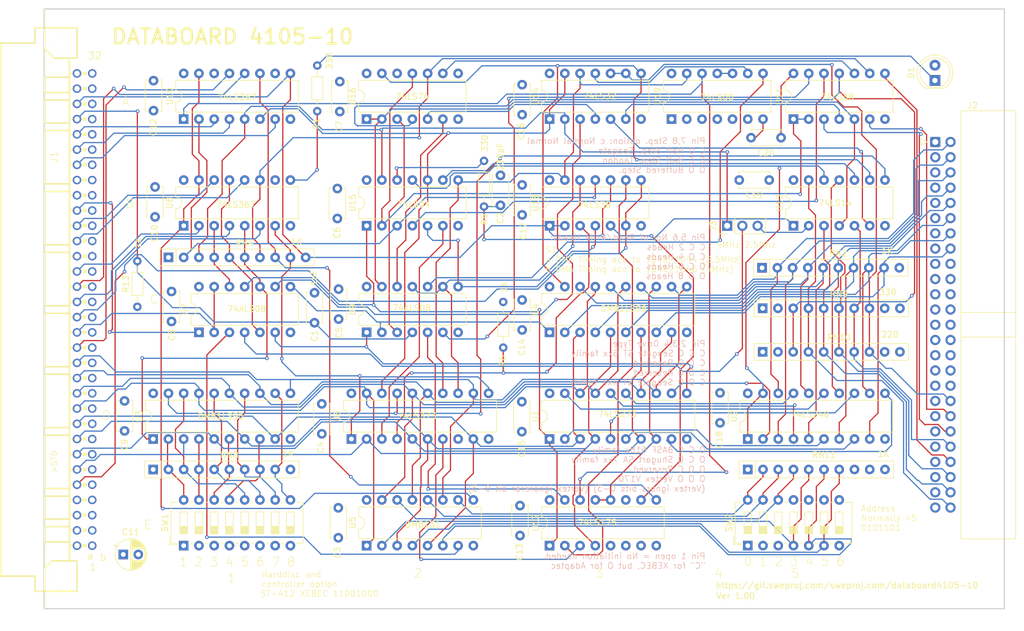
<source format=kicad_pcb>
(kicad_pcb
	(version 20240108)
	(generator "pcbnew")
	(generator_version "8.0")
	(general
		(thickness 1.6)
		(legacy_teardrops no)
	)
	(paper "A4")
	(title_block
		(date "2024-11-23")
		(rev "Ver 1.00")
	)
	(layers
		(0 "F.Cu" signal)
		(1 "In1.Cu" signal)
		(2 "In2.Cu" signal)
		(31 "B.Cu" signal)
		(32 "B.Adhes" user "B.Adhesive")
		(33 "F.Adhes" user "F.Adhesive")
		(34 "B.Paste" user)
		(35 "F.Paste" user)
		(36 "B.SilkS" user "B.Silkscreen")
		(37 "F.SilkS" user "F.Silkscreen")
		(38 "B.Mask" user)
		(39 "F.Mask" user)
		(40 "Dwgs.User" user "User.Drawings")
		(41 "Cmts.User" user "User.Comments")
		(42 "Eco1.User" user "User.Eco1")
		(43 "Eco2.User" user "User.Eco2")
		(44 "Edge.Cuts" user)
		(45 "Margin" user)
		(46 "B.CrtYd" user "B.Courtyard")
		(47 "F.CrtYd" user "F.Courtyard")
		(48 "B.Fab" user)
		(49 "F.Fab" user)
		(50 "User.1" user)
		(51 "User.2" user)
		(52 "User.3" user)
		(53 "User.4" user)
		(54 "User.5" user)
		(55 "User.6" user)
		(56 "User.7" user)
		(57 "User.8" user)
		(58 "User.9" user)
	)
	(setup
		(stackup
			(layer "F.SilkS"
				(type "Top Silk Screen")
			)
			(layer "F.Paste"
				(type "Top Solder Paste")
			)
			(layer "F.Mask"
				(type "Top Solder Mask")
				(thickness 0.01)
			)
			(layer "F.Cu"
				(type "copper")
				(thickness 0.035)
			)
			(layer "dielectric 1"
				(type "prepreg")
				(thickness 0.1)
				(material "FR4")
				(epsilon_r 4.5)
				(loss_tangent 0.02)
			)
			(layer "In1.Cu"
				(type "copper")
				(thickness 0.035)
			)
			(layer "dielectric 2"
				(type "core")
				(thickness 1.24)
				(material "FR4")
				(epsilon_r 4.5)
				(loss_tangent 0.02)
			)
			(layer "In2.Cu"
				(type "copper")
				(thickness 0.035)
			)
			(layer "dielectric 3"
				(type "prepreg")
				(thickness 0.1)
				(material "FR4")
				(epsilon_r 4.5)
				(loss_tangent 0.02)
			)
			(layer "B.Cu"
				(type "copper")
				(thickness 0.035)
			)
			(layer "B.Mask"
				(type "Bottom Solder Mask")
				(thickness 0.01)
			)
			(layer "B.Paste"
				(type "Bottom Solder Paste")
			)
			(layer "B.SilkS"
				(type "Bottom Silk Screen")
			)
			(copper_finish "None")
			(dielectric_constraints no)
		)
		(pad_to_mask_clearance 0)
		(allow_soldermask_bridges_in_footprints no)
		(pcbplotparams
			(layerselection 0x00010fc_ffffffff)
			(plot_on_all_layers_selection 0x0000000_00000000)
			(disableapertmacros no)
			(usegerberextensions no)
			(usegerberattributes yes)
			(usegerberadvancedattributes yes)
			(creategerberjobfile yes)
			(dashed_line_dash_ratio 12.000000)
			(dashed_line_gap_ratio 3.000000)
			(svgprecision 4)
			(plotframeref no)
			(viasonmask no)
			(mode 1)
			(useauxorigin no)
			(hpglpennumber 1)
			(hpglpenspeed 20)
			(hpglpendiameter 15.000000)
			(pdf_front_fp_property_popups yes)
			(pdf_back_fp_property_popups yes)
			(dxfpolygonmode yes)
			(dxfimperialunits yes)
			(dxfusepcbnewfont yes)
			(psnegative no)
			(psa4output no)
			(plotreference yes)
			(plotvalue yes)
			(plotfptext yes)
			(plotinvisibletext no)
			(sketchpadsonfab no)
			(subtractmaskfromsilk no)
			(outputformat 1)
			(mirror no)
			(drillshape 0)
			(scaleselection 1)
			(outputdirectory "gerber_1.00")
		)
	)
	(net 0 "")
	(net 1 "unconnected-(J2-Pin_32-Pad32)")
	(net 2 "Net-(J2-Pin_48)")
	(net 3 "Net-(J2-Pin_44)")
	(net 4 "Net-(J2-Pin_38)")
	(net 5 "unconnected-(J2-Pin_24-Pad24)")
	(net 6 "unconnected-(J2-Pin_26-Pad26)")
	(net 7 "Net-(J2-Pin_40)")
	(net 8 "Net-(J2-Pin_36)")
	(net 9 "unconnected-(J2-Pin_28-Pad28)")
	(net 10 "Net-(U1-Cp)")
	(net 11 "unconnected-(J2-Pin_30-Pad30)")
	(net 12 "Net-(U3-~{G2})")
	(net 13 "Net-(U4-~{G1})")
	(net 14 "Net-(U16B-~{R})")
	(net 15 "Net-(U10-OEb)")
	(net 16 "Net-(U6-D4)")
	(net 17 "unconnected-(J2-Pin_22-Pad22)")
	(net 18 "unconnected-(J2-Pin_34-Pad34)")
	(net 19 "/~{CS}")
	(net 20 "unconnected-(J2-Pin_18-Pad18)")
	(net 21 "/~{RST}")
	(net 22 "unconnected-(J2-Pin_20-Pad20)")
	(net 23 "/~{C3}")
	(net 24 "/~{INP}")
	(net 25 "/~{STAT}")
	(net 26 "VCC")
	(net 27 "GND")
	(net 28 "/~{PRAC}")
	(net 29 "/~{C1}")
	(net 30 "/~{OUT}")
	(net 31 "Net-(U16A-D)")
	(net 32 "Net-(D1-K)")
	(net 33 "Net-(U8-O4a)")
	(net 34 "Net-(J2-Pin_6)")
	(net 35 "Net-(J2-Pin_4)")
	(net 36 "Net-(J2-Pin_14)")
	(net 37 "Net-(J2-Pin_16)")
	(net 38 "Net-(J2-Pin_2)")
	(net 39 "Net-(J2-Pin_12)")
	(net 40 "Net-(J2-Pin_8)")
	(net 41 "Net-(J2-Pin_10)")
	(net 42 "Net-(U1-Q3)")
	(net 43 "Net-(U1-Q4)")
	(net 44 "Net-(U1-Q5)")
	(net 45 "Net-(U1-Q7)")
	(net 46 "Net-(U1-Q6)")
	(net 47 "/D2")
	(net 48 "/D4")
	(net 49 "Net-(U1-Q0)")
	(net 50 "Net-(U1-Q2)")
	(net 51 "/D7")
	(net 52 "/D6")
	(net 53 "/D3")
	(net 54 "Net-(U11-Pad13)")
	(net 55 "/D0")
	(net 56 "Net-(U1-~{Mr})")
	(net 57 "Net-(U1-Q1)")
	(net 58 "/D5")
	(net 59 "/D1")
	(net 60 "Net-(U12-Q3)")
	(net 61 "Net-(U16A-~{Q})")
	(net 62 "Net-(U16A-C)")
	(net 63 "/~{TRRQ}")
	(net 64 "/~{TREN}")
	(net 65 "Net-(U5-~{ST})")
	(net 66 "/~{CSB}")
	(net 67 "/~{R{slash}W}")
	(net 68 "/~{C4}")
	(net 69 "Net-(C2-Pad1)")
	(net 70 "Net-(U6-D1)")
	(net 71 "Net-(U12-~{Q0})")
	(net 72 "Net-(U6-D0)")
	(net 73 "Net-(U10-I3)")
	(net 74 "Net-(U6-D5)")
	(net 75 "Net-(J3-Pin_2)")
	(net 76 "Net-(U14-Pad3)")
	(net 77 "Net-(U15-Pad5)")
	(net 78 "Net-(U19-Pad8)")
	(net 79 "Net-(U10-OEa)")
	(net 80 "Net-(U11-Pad12)")
	(net 81 "Net-(U16B-Q)")
	(net 82 "Net-(U11-Pad4)")
	(net 83 "Net-(U2-OEa)")
	(net 84 "unconnected-(U12-~{Q2}-Pad11)")
	(net 85 "unconnected-(U12-~{Q1}-Pad6)")
	(net 86 "Net-(U12-Q0)")
	(net 87 "unconnected-(U12-Q1-Pad7)")
	(net 88 "Net-(U12-Q2)")
	(net 89 "unconnected-(U12-D1-Pad5)")
	(net 90 "Net-(U13-Pad6)")
	(net 91 "Net-(U13-Pad10)")
	(net 92 "Net-(U14-Pad11)")
	(net 93 "Net-(U16A-Q)")
	(net 94 "unconnected-(U16B-~{Q}-Pad8)")
	(net 95 "Net-(J3-Pin_3)")
	(net 96 "/~{INT}")
	(net 97 "Net-(U19-Pad10)")
	(net 98 "unconnected-(U19-Pad6)")
	(net 99 "unconnected-(U19-Pad3)")
	(net 100 "Net-(RN4-R4)")
	(net 101 "Net-(RN4-R8)")
	(net 102 "Net-(RN4-R6)")
	(net 103 "Net-(RN4-R5)")
	(net 104 "Net-(RN8-R1)")
	(net 105 "Net-(RN8-R4)")
	(net 106 "Net-(RN8-R7)")
	(net 107 "Net-(RN8-R5)")
	(net 108 "Net-(RN8-R6)")
	(net 109 "Net-(RN8-R8)")
	(net 110 "Net-(RN8-R3)")
	(net 111 "Net-(RN8-R2)")
	(net 112 "Net-(RN11-R3)")
	(net 113 "Net-(RN11-R1)")
	(net 114 "Net-(RN11-R2)")
	(net 115 "unconnected-(RN11-R8-Pad9)")
	(net 116 "unconnected-(RN11-R7-Pad8)")
	(net 117 "Net-(RN11-R4)")
	(net 118 "Net-(RN11-R6)")
	(net 119 "Net-(RN11-R5)")
	(net 120 "Net-(RN4-R3)")
	(net 121 "unconnected-(J1-Pin_b3-PadB3)")
	(net 122 "/rn4_10")
	(net 123 "/rn4_3")
	(net 124 "/rn4_2")
	(net 125 "/r10_4")
	(net 126 "/r10_6")
	(net 127 "/r10_7")
	(net 128 "unconnected-(RN9-R8-Pad9)")
	(net 129 "unconnected-(RN9-R1-Pad2)")
	(net 130 "unconnected-(RN10-R8-Pad9)")
	(net 131 "unconnected-(RN10-R1-Pad2)")
	(net 132 "unconnected-(RN2-R9-Pad10)")
	(net 133 "unconnected-(RN8-R9-Pad10)")
	(net 134 "unconnected-(RN9-R9-Pad10)")
	(net 135 "unconnected-(RN10-R9-Pad10)")
	(net 136 "unconnected-(RN11-R9-Pad10)")
	(net 137 "Net-(R5-Pad2)")
	(net 138 "unconnected-(J1-Pin_b13-PadB13)")
	(net 139 "unconnected-(J1-Pin_b23-PadB23)")
	(net 140 "unconnected-(J1-Pin_b14-PadB14)")
	(net 141 "unconnected-(J1-Pin_a24-PadA24)")
	(net 142 "unconnected-(J1-Pin_b5-PadB5)")
	(net 143 "unconnected-(J1-Pin_b9-PadB9)")
	(net 144 "unconnected-(J1-Pin_b19-PadB19)")
	(net 145 "unconnected-(J1-Pin_b30-PadB30)")
	(net 146 "unconnected-(J1-Pin_b21-PadB21)")
	(net 147 "unconnected-(J1-Pin_b20-PadB20)")
	(net 148 "unconnected-(J1-Pin_b32-PadB32)")
	(net 149 "unconnected-(J1-Pin_b26-PadB26)")
	(net 150 "unconnected-(J1-Pin_b11-PadB11)")
	(net 151 "unconnected-(J1-Pin_b10-PadB10)")
	(net 152 "unconnected-(J1-Pin_b24-PadB24)")
	(net 153 "unconnected-(J1-Pin_b18-PadB18)")
	(net 154 "unconnected-(J1-Pin_a32-PadA32)")
	(net 155 "unconnected-(J1-Pin_b6-PadB6)")
	(net 156 "unconnected-(J1-Pin_a1-PadA1)")
	(net 157 "unconnected-(J1-Pin_b1-PadB1)")
	(net 158 "unconnected-(J1-Pin_b4-PadB4)")
	(net 159 "unconnected-(J1-Pin_b12-PadB12)")
	(net 160 "unconnected-(J1-Pin_b15-PadB15)")
	(net 161 "unconnected-(J1-Pin_b25-PadB25)")
	(net 162 "unconnected-(J1-Pin_a25-PadA25)")
	(net 163 "unconnected-(J1-Pin_a4-PadA4)")
	(net 164 "unconnected-(J1-Pin_b16-PadB16)")
	(net 165 "unconnected-(J1-Pin_b7-PadB7)")
	(net 166 "unconnected-(J1-Pin_b28-PadB28)")
	(net 167 "unconnected-(J1-Pin_a20-PadA20)")
	(net 168 "unconnected-(J1-Pin_a3-PadA3)")
	(net 169 "unconnected-(J1-Pin_b17-PadB17)")
	(net 170 "unconnected-(J1-Pin_b8-PadB8)")
	(net 171 "unconnected-(J1-Pin_b22-PadB22)")
	(net 172 "unconnected-(J1-Pin_b27-PadB27)")
	(net 173 "unconnected-(J1-Pin_b29-PadB29)")
	(net 174 "Net-(RN10-R2)")
	(net 175 "unconnected-(SW2-Pad7)")
	(net 176 "unconnected-(SW2-Pad8)")
	(net 177 "/rn4_8")
	(net 178 "Net-(U16B-C)")
	(footprint "Package_DIP:DIP-16_W7.62mm" (layer "F.Cu") (at 83.2612 76.1492 90))
	(footprint "Resistor_THT:R_Array_SIP10" (layer "F.Cu") (at 78.1812 116.7892))
	(footprint "Package_DIP:DIP-14_W7.62mm" (layer "F.Cu") (at 144.2212 76.1492 90))
	(footprint "Capacitor_THT:C_Disc_D5.0mm_W2.5mm_P5.00mm" (layer "F.Cu") (at 109.2708 52.11 -90))
	(footprint "Package_DIP:DIP-16_W7.62mm" (layer "F.Cu") (at 83.2612 58.3692 90))
	(footprint "Resistor_THT:R_Axial_DIN0204_L3.6mm_D1.6mm_P7.62mm_Horizontal" (layer "F.Cu") (at 75.5396 89.662 90))
	(footprint "Capacitor_THT:C_Disc_D5.0mm_W2.5mm_P5.00mm" (layer "F.Cu") (at 78.232 51.9576 -90))
	(footprint "Capacitor_THT:C_Disc_D5.0mm_W2.5mm_P5.00mm" (layer "F.Cu") (at 182.7892 61.468 180))
	(footprint "Capacitor_THT:C_Disc_D5.0mm_W2.5mm_P5.00mm" (layer "F.Cu") (at 136.0424 72.7456 90))
	(footprint "Package_DIP:DIP-20_W7.62mm" (layer "F.Cu") (at 144.2212 93.9292 90))
	(footprint "Capacitor_THT:C_Disc_D5.0mm_W2.5mm_P5.00mm" (layer "F.Cu") (at 73.406 105.3592 -90))
	(footprint "Package_DIP:DIP-20_W7.62mm" (layer "F.Cu") (at 144.2212 111.7092 90))
	(footprint "Package_DIP:DIP-14_W7.62mm" (layer "F.Cu") (at 113.7412 58.3692 90))
	(footprint "Package_DIP:DIP-14_W7.62mm" (layer "F.Cu") (at 184.8612 76.1492 90))
	(footprint "Resistor_THT:R_Array_SIP10" (layer "F.Cu") (at 80.7212 81.4324))
	(footprint "Package_DIP:DIP-14_W7.62mm" (layer "F.Cu") (at 184.8612 58.3692 90))
	(footprint "Capacitor_THT:C_Disc_D5.0mm_W2.5mm_P5.00mm" (layer "F.Cu") (at 78.486 69.676 -90))
	(footprint "Package_DIP:DIP-20_W7.62mm" (layer "F.Cu") (at 111.2012 111.7092 90))
	(footprint "Capacitor_THT:C_Disc_D5.0mm_W2.5mm_P5.00mm" (layer "F.Cu") (at 139.6492 52.6288 -90))
	(footprint "Resistor_THT:R_Array_SIP10" (layer "F.Cu") (at 179.7304 89.916))
	(footprint "Package_DIP:DIP-14_W7.62mm" (layer "F.Cu") (at 164.5412 58.3692 90))
	(footprint "Capacitor_THT:C_Disc_D5.0mm_W2.5mm_P5.00mm" (layer "F.Cu") (at 109.0168 123.1792 -90))
	(footprint "Package_DIP:DIP-14_W7.62mm" (layer "F.Cu") (at 113.7412 76.1492 90))
	(footprint "Resistor_THT:R_Array_SIP10" (layer "F.Cu") (at 179.7304 97.1804))
	(footprint "Resistor_THT:R_Array_SIP10" (layer "F.Cu") (at 179.6288 83.1596))
	(footprint "Package_DIP:DIP-14_W7.62mm" (layer "F.Cu") (at 85.8012 93.9292 90))
	(footprint "Capacitor_THT:CP_Radial_D5.0mm_P2.50mm"
		(layer "F.Cu")
		(uuid "807212b6-d76e-4add-8b04-f41db56b04ed")
		(at 73.192 130.9624)
		(descr "CP, Radial series, Radial, pin pitch=2.50mm, , diameter=5mm, Electrolytic Capacitor")
		(tags "CP Radial series Radial pin pitch 2.50mm  diameter 5mm Electrolytic Capacitor")
		(property "Reference" "C11"
			(at 1.25 -3.75 0)
			(layer "F.SilkS")
			(uuid "aac6ba22-c554-452e-bdb7-09b64867eae8")
			(effects
				(font
					(size 1 1)
					(thickness 0.15)
				)
			)
		)
		(property "Value" "47uF"
			(at 1.25 3.75 0)
			(layer "F.Fab")
			(uuid "770bcbbf-cd52-4cd3-9cd8-c5f57cede8b7")
			(effects
				(font
					(size 1 1)
					(thickness 0.15)
				)
			)
		)
		(property "Footprint" "Capacitor_THT:CP_Radial_D5.0mm_P2.50mm"
			(at 0 0 0)
			(unlocked yes)
			(layer "F.Fab")
			(hide yes)
			(uuid "f015d08b-e09b-4e77-9036-d84d9549adb7")
			(effects
				(font
					(size 1.27 1.27)
					(thickness 0.15)
				)
			)
		)
		(property "Datasheet" ""
			(at 0 0 0)
			(unlocked yes)
			(layer "F.Fab")
			(hide yes)
			(uuid "cdd92070-08bd-4526-a44b-4f4fb9a7cc54")
			(effects
				(font
					(size 1.27 1.27)
					(thickness 0.15)
				)
			)
		)
		(property "Description" "Polarized capacitor, small symbol"
			(at 0 0 0)
			(unlocked yes)
			(layer "F.Fab")
			(hide yes)
			(uuid "f42eb0d1-048e-4a24-b304-45a7b9df8929")
			(effects
				(font
					(size 1.27 1.27)
					(thickness 0.15)
				)
			)
		)
		(property ki_fp_filters "CP_*")
		(path "/f3498465-5a1f-4b25-a628-4040846b0353")
		(sheetname "Root")
		(sheetfile "4680-4105.kicad_sch")
		(attr through_hole)
		(fp_line
			(start -1.554775 -1.475)
			(end -1.054775 -1.475)
			(stroke
				(width 0.12)
				(type solid)
			)
			(layer "F.SilkS")
			(uuid "5354fb41-425b-405c-aa2a-6c5cdb4dce8e")
		)
		(fp_line
			(start -1.304775 -1.725)
			(end -1.304775 -1.225)
			(stroke
				(width 0.12)
				(type solid)
			)
			(layer "F.SilkS")
			(uuid "1e1be11c-c11b-4a3b-b966-84ccda2e8cc4")
		)
		(fp_line
			(start 1.25 -2.58)
			(end 1.25 2.58)
			(stroke
				(width 0.12)
				(type solid)
			)
			(layer "F.SilkS")
			(uuid "a4a3f349-3f64-4098-b3fb-2341ecd6dcb0")
		)
		(fp_line
			(start 1.29 -2.58)
			(end 1.29 2.58)
			(stroke
				(width 0.12)
				(type solid)
			)
			(layer "F.SilkS")
			(uuid "667b4983-11cc-4046-a1e1-57a2c0681898")
		)
		(fp_line
			(start 1.33 -2.579)
			(end 1.33 2.579)
			(stroke
				(width 0.12)
				(type solid)
			)
			(layer "F.SilkS")
			(uuid "b2309d49-3a96-4f2c-bf45-a78c4e732c36")
		)
		(fp_line
			(start 1.37 -2.578)
			(end 1.37 2.578)
			(stroke
				(width 0.12)
				(type solid)
			)
			(layer "F.SilkS")
			(uuid "b086dc71-9bc6-4d03-a940-b474c397aaa1")
		)
		(fp_line
			(start 1.41 -2.576)
			(end 1.41 2.576)
			(stroke
				(width 0.12)
				(type solid)
			)
			(layer "F.SilkS")
			(uuid "b9f924af-9527-4d63-8567-26767aca599d")
		)
		(fp_line
			(start 1.45 -2.573)
			(end 1.45 2.573)
			(stroke
				(width 0.12)
				(type solid)
			)
			(layer "F.SilkS")
			(uuid "3b2552a1-96f3-445a-a600-155caf095aac")
		)
		(fp_line
			(start 1.49 -2.569)
			(end 1.49 -1.04)
			(stroke
				(width 0.12)
				(type solid)
			)
			(layer "F.SilkS")
			(uuid "11c0e19c-3c1d-4fd0-9298-bb7b8b1f24e7")
		)
		(fp_line
			(start 1.49 1.04)
			(end 1.49 2.569)
			(stroke
				(width 0.12)
				(type solid)
			)
			(layer "F.SilkS")
			(uuid "5b0557ed-c33a-4634-ae66-dc40338bbce5")
		)
		(fp_line
			(start 1.53 -2.565)
			(end 1.53 -1.04)
			(stroke
				(width 0.12)
				(type solid)
			)
			(layer "F.SilkS")
			(uuid "b41473b1-55e4-4afa-a45f-87c1631441cc")
		)
		(fp_line
			(start 1.53 1.04)
			(end 1.53 2.565)
			(stroke
				(width 0.12)
				(type solid)
			)
			(layer "F.SilkS")
			(uuid "3be51b44-fe9a-4f49-9da1-e0a632845a30")
		)
		(fp_line
			(start 1.57 -2.561)
			(end 1.57 -1.04)
			(stroke
				(width 0.12)
				(type solid)
			)
			(layer "F.SilkS")
			(uuid "b77722b0-2927-467e-9b5d-7f2d7525a610")
		)
		(fp_line
			(start 1.57 1.04)
			(end 1.57 2.561)
			(stroke
				(width 0.12)
				(type solid)
			)
			(layer "F.SilkS")
			(uuid "e72a8994-6cab-4bf3-8c72-61bfcd995c06")
		)
		(fp_line
			(start 1.61 -2.556)
			(end 1.61 -1.04)
			(stroke
				(width 0.12)
				(type solid)
			)
			(layer "F.SilkS")
			(uuid "0593f4ed-2ea1-4adb-80ce-428474b860d0")
		)
		(fp_line
			(start 1.61 1.04)
			(end 1.61 2.556)
			(stroke
				(width 0.12)
				(type solid)
			)
			(layer "F.SilkS")
			(uuid "eba72feb-2da4-46e7-8734-008e5cf7a83f")
		)
		(fp_line
			(start 1.65 -2.55)
			(end 1.65 -1.04)
			(stroke
				(width 0.12)
				(type solid)
			)
			(layer "F.SilkS")
			(uuid "dbe07b9c-8b4e-4deb-b750-9f74719ca594")
		)
		(fp_line
			(start 1.65 1.04)
			(end 1.65 2.55)
			(stroke
				(width 0.12)
				(type solid)
			)
			(layer "F.SilkS")
			(uuid "cbbd64d9-6e3e-4547-90c0-9d504832379f")
		)
		(fp_line
			(start 1.69 -2.543)
			(end 1.69 -1.04)
			(stroke
				(width 0.12)
				(type solid)
			)
			(layer "F.SilkS")
			(uuid "294d6b03-a98c-4881-9959-18f1270d23e5")
		)
		(fp_line
			(start 1.69 1.04)
			(end 1.69 2.543)
			(stroke
				(width 0.12)
				(type solid)
			)
			(layer "F.SilkS")
			(uuid "b1640257-813c-4ff0-b176-c54787e309a8")
		)
		(fp_line
			(start 1.73 -2.536)
			(end 1.73 -1.04)
			(stroke
				(width 0.12)
				(type solid)
			)
			(layer "F.SilkS")
			(uuid "879fb981-eb75-452d-ad12-102be1e2b59e")
		)
		(fp_line
			(start 1.73 1.04)
			(end 1.73 2.536)
			(stroke
				(width 0.12)
				(type solid)
			)
			(layer "F.SilkS")
			(uuid "f70d4e21-2995-4b42-a66f-1d180bda201c")
		)
		(fp_line
			(start 1.77 -2.528)
			(end 1.77 -1.04)
			(stroke
				(width 0.12)
				(type solid)
			)
			(layer "F.SilkS")
			(uuid "df16a672-b0ab-4926-97f3-899de27222df")
		)
		(fp_line
			(start 1.77 1.04)
			(end 1.77 2.528)
			(stroke
				(width 0.12)
				(type solid)
			)
			(layer "F.SilkS")
			(uuid "2037b11e-abf8-46f6-bd07-e76dbcb84346")
		)
		(fp_line
			(start 1.81 -2.52)
			(end 1.81 -1.04)
			(stroke
				(width 0.12)
				(type solid)
			)
			(layer "F.SilkS")
			(uuid "90a896d3-0560-4902-893d-c8aa2e53d6d4")
		)
		(fp_line
			(start 1.81 1.04)
			(end 1.81 2.52)
			(stroke
				(width 0.12)
				(type solid)
			)
			(layer "F.SilkS")
			(uuid "11e6598f-d2db-4463-a968-4eefe31c3bce")
		)
		(fp_line
			(start 1.85 -2.511)
			(end 1.85 -1.04)
			(stroke
				(width 0.12)
				(type solid)
			)
			(layer "F.SilkS")
			(uuid "af3777dc-7d6a-4b76-ab8e-92e9e34feefd")
		)
		(fp_line
			(start 1.85 1.04)
			(end 1.85 2.511)
			(stroke
				(width 0.12)
				(type solid)
			)
			(layer "F.SilkS")
			(uuid "47d39f74-0b55-46f1-8b80-ef1d99f88181")
		)
		(fp_line
			(start 1.89 -2.501)
			(end 1.89 -1.04)
			(stroke
				(width 0.12)
				(type solid)
			)
			(layer "F.SilkS")
			(uuid "58f0d9e4-24f5-4a11-800b-1f31440a3b75")
		)
		(fp_line
			(start 1.89 1.04)
			(end 1.89 2.501)
			(stroke
				(width 0.12)
				(type solid)
			)
			(layer "F.SilkS")
			(uuid "67de5794-8601-4bf0-ac39-2f8361070bed")
		)
		(fp_line
			(start 1.93 -2.491)
			(end 1.93 -1.04)
			(stroke
				(width 0.12)
				(type solid)
			)
			(layer "F.SilkS")
			(uuid "191be62c-ded7-492f-8bf4-e90063168597")
		)
		(fp_line
			(start 1.93 1.04)
			(end 1.93 2.491)
			(stroke
				(width 0.12)
				(type solid)
			)
			(layer "F.SilkS")
			(uuid "34dbfcbc-d984-4ef1-a5a6-f0bf37c43a4c")
		)
		(fp_line
			(start 1.971 -2.48)
			(end 1.971 -1.04)
			(stroke
				(width 0.12)
				(type solid)
			)
			(layer "F.SilkS")
			(uuid "1f972e35-1f81-4861-91a7-cbd8e142e6ef")
		)
		(fp_line
			(start 1.971 1.04)
			(end 1.971 2.48)
			(stroke
				(width 0.12)
				(type solid)
			)
			(layer "F.SilkS")
			(uuid "667a1ec7-d6c3-4653-b71d-1f125b13f9c0")
		)
		(fp_line
			(start 2.011 -2.468)
			(end 2.011 -1.04)
			(stroke
				(width 0.12)
				(type solid)
			)
			(layer "F.SilkS")
			(uuid "93962659-cad7-4843-b40f-ac3f26fa08f2")
		)
		(fp_line
			(start 2.011 1.04)
			(end 2.011 2.468)
			(stroke
				(width 0.12)
				(type solid)
			)
			(layer "F.SilkS")
			(uuid "6ed32db6-fb2b-4c70-95c1-c416b82b9a42")
		)
		(fp_line
			(start 2.051 -2.455)
			(end 2.051 -1.04)
			(stroke
				(width 0.12)
				(type solid)
			)
			(layer "F.SilkS")
			(uuid "0b141cd4-5708-416d-8998-18c29eae4e43")
		)
		(fp_line
			(start 2.051 1.04)
			(end 2.051 2.455)
			(stroke
				(width 0.12)
				(type solid)
			)
			(layer "F.SilkS")
			(uuid "6
... [2363283 chars truncated]
</source>
